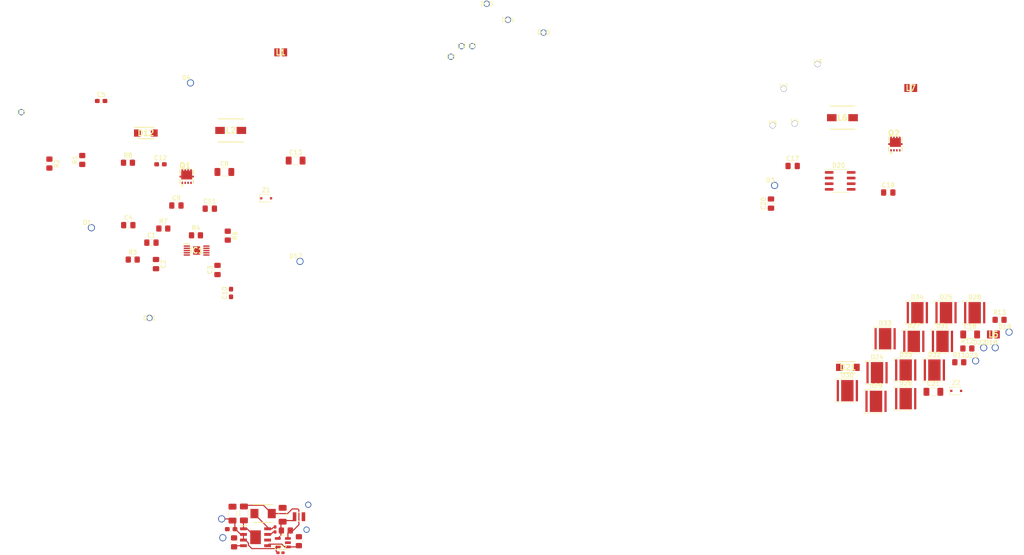
<source format=kicad_pcb>
(kicad_pcb (version 20211014) (generator pcbnew)
  (layers (0 "F.Cu" signal) (1 "In1.Cu" signal) (2 "In2.Cu" signal) (31 "B.Cu" signal) (34 "B.Paste" user) (35 "F.Paste" user) (36 "B.SilkS" user "B.Silkscreen") (37 "F.SilkS" user "F.Silkscreen") (38 "B.Mask" user) (39 "F.Mask" user) (44 "Edge.Cuts" user))
  (net 0 "")
  (net 1 "GND")
  (net 2 "Net-(C11-Pad1)")
  (net 3 "Net-(C4-Pad2)")
  (net 4 "Net-(C6-Pad1)")
  (net 5 "Net-(C10-Pad1)")
  (net 6 "Net-(C14-Pad1)")
  (net 7 "Net-(C15-Pad1)")
  (net 8 "Net-(C17-Pad1)")
  (net 9 "Net-(D7-Pad1)")
  (net 10 "Net-(C3-Pad2)")
  (net 11 "Net-(D12-Pad2)")
  (net 12 "Net-(D13-Pad1)")
  (net 13 "Net-(C1-Pad2)")
  (net 14 "Net-(C1-Pad1)")
  (net 15 "Net-(C16-Pad1)")
  (net 16 "Net-(C2-Pad1)")
  (net 17 "Net-(C10-Pad2)")
  (net 18 "Net-(Q1-Pad1)")
  (net 19 "Net-(Q1-Pad4)")
  (net 20 "Net-(C15-Pad2)")
  (net 21 "Net-(C9-Pad1)")
  (net 22 "Net-(C12-Pad1)")
  (net 23 "Net-(C13-Pad1)")
  (net 24 "Net-(C14-Pad2)")
  (net 25 "Net-(C18-Pad1)")
  (net 26 "Net-(C19-Pad1)")
  (net 27 "Net-(C21-Pad1)")
  (net 28 "Net-(D6-Pad1)")
  (net 29 "Net-(D10-Pad1)")
  (net 30 "Net-(D14-Pad1)")
  (net 31 "Net-(D17-Pad1)")
  (net 32 "Net-(D18-Pad1)")
  (net 33 "Net-(D20-Pad4)")
  (net 34 "Net-(D20-Pad5)")
  (net 35 "Net-(D20-Pad6)")
  (net 36 "Net-(D21-Pad2)")
  (net 37 "Net-(D22-Pad1)")
  (net 38 "Net-(D23-Pad1)")
  (net 39 "Net-(D24-Pad1)")
  (net 41 "Net-(D25-Pad1)")
  (net 43 "Net-(D26-Pad1)")
  (net 45 "Net-(D27-Pad1)")
  (net 47 "Net-(D28-Pad1)")
  (net 49 "Net-(D29-Pad1)")
  (net 51 "Net-(D30-Pad1)")
  (net 53 "Net-(D31-Pad1)")
  (net 55 "Net-(D32-Pad1)")
  (net 57 "Net-(D33-Pad1)")
  (net 59 "Net-(D34-Pad1)")
  (net 62 "Net-(IC1-Pad8)")
  (net 63 "Net-(IC2-Pad4)")
  (net 64 "Net-(IC2-Pad5)")
  (footprint "Flat_Wires_Pads:Wire_Hole_1mm" (layer "F.Cu") (at 69.6976 104.267)
    (fp_text reference "D11" (at 0 0 unlocked) (layer "F.SilkS"))
    (fp_text value "Wire_Pad_01")
    (pad "1" thru_hole circle (at 0 0) (size 1.4 1.4) (drill 1) (layers *.Cu *.Mask) (net 5 "Net-(C10-Pad1)"))
  )
  (footprint "libraries:SOP50P490X110-11N" (layer "F.Cu") (at 80.2894 89.1032)
    (fp_text reference "IC1" (at 0 0) (layer "F.SilkS") (effects (font (size 1.27 1.27) (thickness 0.254))))
    (fp_text value "TPS40211QDGQRQ1" hide)
    (pad "1" smd rect locked (at -2.2 -1 90) (size 0.3 1.4) (layers "F.Cu" "F.Paste" "F.Mask") (net 10 "Net-(C3-Pad2)"))
    (pad "2" smd rect locked (at -2.2 -0.5 90) (size 0.3 1.4) (layers "F.Cu" "F.Paste" "F.Mask") (net 3 "Net-(C4-Pad2)"))
    (pad "3" smd rect locked (at -2.2 0 90) (size 0.3 1.4) (layers "F.Cu" "F.Paste" "F.Mask") (net 31 "Net-(D17-Pad1)"))
    (pad "4" smd rect locked (at -2.2 0.5 90) (size 0.3 1.4) (layers "F.Cu" "F.Paste" "F.Mask") (net 13 "Net-(C1-Pad2)"))
    (pad "5" smd rect locked (at -2.2 1 90) (size 0.3 1.4) (layers "F.Cu" "F.Paste" "F.Mask") (net 14 "Net-(C1-Pad1)"))
    (pad "6" smd rect locked (at 2.2 1 90) (size 0.3 1.4) (layers "F.Cu" "F.Paste" "F.Mask") (net 17 "Net-(C10-Pad2)"))
    (pad "7" smd rect locked (at 2.2 0.5 90) (size 0.3 1.4) (layers "F.Cu" "F.Paste" "F.Mask") (net 2 "Net-(C11-Pad1)"))
    (pad "8" smd rect locked (at 2.2 0 90) (size 0.3 1.4) (layers "F.Cu" "F.Paste" "F.Mask") (net 62 "Net-(IC1-Pad8)"))
    (pad "9" smd rect locked (at 2.2 -0.5 90) (size 0.3 1.4) (layers "F.Cu" "F.Paste" "F.Mask") (net 21 "Net-(C9-Pad1)"))
    (pad "10" smd rect locked (at 2.2 -1 90) (size 0.3 1.4) (layers "F.Cu" "F.Paste" "F.Mask") (net 22 "Net-(C12-Pad1)"))
    (pad "11" smd rect locked (at 0 0) (size 1.57 1.88) (layers "F.Cu" "F.Paste" "F.Mask") (net 17 "Net-(C10-Pad2)"))
  )
  (footprint "Capacitor_SMD:C_0805_2012Metric_Pad1.18x1.45mm_HandSolder" (layer "F.Cu") (at 75.7428 78.9686)
    (fp_text reference "C9" (at 0 -1.68) (layer "F.SilkS"))
    (fp_text value "C")
    (pad "1" smd roundrect (at -1.0375 0) (size 1.175 1.45) (layers "F.Cu" "F.Paste" "F.Mask") (roundrect_rratio 0.212766) (net 21 "Net-(C9-Pad1)"))
    (pad "2" smd roundrect (at 1.0375 0) (size 1.175 1.45) (layers "F.Cu" "F.Paste" "F.Mask") (roundrect_rratio 0.212766) (net 17 "Net-(C10-Pad2)"))
  )
  (footprint "libraries:WireHole_1p2" (layer "F.Cu") (at 78.9178 51.3842)
    (fp_text reference "D4" (at -0.95298 -1.169382 unlocked) (layer "F.SilkS"))
    (fp_text value "WireHole_1p5")
    (pad "1" thru_hole circle (at 0 0) (size 1.6 1.6) (drill 1.2) (layers *.Cu *.Mask) (net 22 "Net-(C12-Pad1)"))
  )
  (footprint "libraries:INDC2016X80N" (layer "F.Cu") (at 240.9698 52.5272)
    (fp_text reference "L7" (at 0 0) (layer "F.SilkS") (effects (font (size 1.27 1.27) (thickness 0.254))))
    (fp_text value "TFM201610ALC-R47MTAA" hide)
    (pad "1" smd rect locked (at -0.85 0) (size 1.2 1.8) (layers "F.Cu" "F.Paste" "F.Mask") (net 27 "Net-(C21-Pad1)"))
    (pad "2" smd rect locked (at 0.85 0) (size 1.2 1.8) (layers "F.Cu" "F.Paste" "F.Mask") (net 38 "Net-(D23-Pad1)"))
  )
  (footprint "libraries:SOIC127P600X170-9N" (layer "F.Cu") (at 93.5482 153.6105)
    (fp_text reference "IC2" hide)
    (fp_text value "LM5164QDDATQ1" hide)
    (pad "1" smd rect locked (at -2.712 -1.905 90) (size 0.65 1.525) (layers "F.Cu" "F.Paste" "F.Mask") (net 20 "Net-(C15-Pad2)"))
    (pad "2" smd rect locked (at -2.712 -0.635 90) (size 0.65 1.525) (layers "F.Cu" "F.Paste" "F.Mask") (net 4 "Net-(C6-Pad1)"))
    (pad "3" smd rect locked (at -2.712 0.635 90) (size 0.65 1.525) (layers "F.Cu" "F.Paste" "F.Mask") (net 4 "Net-(C6-Pad1)"))
    (pad "4" smd rect locked (at -2.712 1.905 90) (size 0.65 1.525) (layers "F.Cu" "F.Paste" "F.Mask") (net 63 "Net-(IC2-Pad4)"))
    (pad "5" smd rect locked (at 2.712 1.905 90) (size 0.65 1.525) (layers "F.Cu" "F.Paste" "F.Mask") (net 64 "Net-(IC2-Pad5)"))
    (pad "6" smd rect locked (at 2.712 0.635 90) (size 0.65 1.525) (layers "F.Cu" "F.Paste" "F.Mask"))
    (pad "7" smd rect locked (at 2.712 -0.635 90) (size 0.65 1.525) (layers "F.Cu" "F.Paste" "F.Mask") (net 24 "Net-(C14-Pad2)"))
    (pad "8" smd rect locked (at 2.712 -1.905 90) (size 0.65 1.525) (layers "F.Cu" "F.Paste" "F.Mask") (net 6 "Net-(C14-Pad1)"))
    (pad "9" smd rect locked (at 0 0) (size 2.4 3.1) (layers "F.Cu" "F.Paste" "F.Mask") (net 20 "Net-(C15-Pad2)"))
  )
  (footprint "Diode_SMD:D_SOD-323F" (layer "F.Cu") (at 95.9358 77.343)
    (fp_text reference "Z1" (at 0 -1.85) (layer "F.SilkS"))
    (fp_text value "BZT52-C5V1J")
    (pad "1" smd rect (at -1.1 0) (size 0.5 0.5) (layers "F.Cu" "F.Paste" "F.Mask") (net 23 "Net-(C13-Pad1)"))
    (pad "2" smd rect (at 1.1 0) (size 0.5 0.5) (layers "F.Cu" "F.Paste" "F.Mask") (net 2 "Net-(C11-Pad1)"))
  )
  (footprint "Flat_Wires_Pads:Wire_Hole_1mm" (layer "F.Cu") (at 150.3426 37.1856)
    (fp_text reference "D14" (at 0 0 unlocked) (layer "F.SilkS"))
    (fp_text value "Wire_Pad_01")
    (pad "1" thru_hole circle (at 0 0) (size 1.4 1.4) (drill 1) (layers *.Cu *.Mask) (net 30 "Net-(D14-Pad1)"))
  )
  (footprint "LED_SMD:LED_Cree-XHP50_6V" (layer "F.Cu") (at 242.4586 103.087)
    (fp_text reference "D34" (at 0 -3.5) (layer "F.SilkS"))
    (fp_text value "LED_Cree_XHP50_6V")
    (pad "1" smd rect (at -2.14 0) (size 0.5 4.78) (layers "F.Cu" "F.Mask") (net 59 "Net-(D34-Pad1)"))
    (pad "2" smd rect (at 2.14 0) (size 0.5 4.78) (layers "F.Cu" "F.Mask") (net 57 "Net-(D33-Pad1)"))
    (pad "3" smd rect (at 0 0) (size 2.78 4.78) (layers "F.Cu" "F.Mask"))
  )
  (footprint "Capacitor_SMD:C_0805_2012Metric_Pad1.18x1.45mm_HandSolder" (layer "F.Cu") (at 70.1255 87.3252)
    (fp_text reference "C1" (at 0 -1.68) (layer "F.SilkS"))
    (fp_text value "C")
    (pad "1" smd roundrect (at -1.0375 0) (size 1.175 1.45) (layers "F.Cu" "F.Paste" "F.Mask") (roundrect_rratio 0.212766) (net 14 "Net-(C1-Pad1)"))
    (pad "2" smd roundrect (at 1.0375 0) (size 1.175 1.45) (layers "F.Cu" "F.Paste" "F.Mask") (roundrect_rratio 0.212766) (net 13 "Net-(C1-Pad2)"))
  )
  (footprint "Capacitor_SMD:C_0805_2012Metric_Pad1.18x1.45mm_HandSolder" (layer "F.Cu") (at 84.9884 93.4759 90)
    (fp_text reference "C3" (at 0 -1.68 90) (layer "F.SilkS"))
    (fp_text value "C")
    (pad "1" smd roundrect (at -1.0375 0 90) (size 1.175 1.45) (layers "F.Cu" "F.Paste" "F.Mask") (roundrect_rratio 0.212766) (net 17 "Net-(C10-Pad2)"))
    (pad "2" smd roundrect (at 1.0375 0 90) (size 1.175 1.45) (layers "F.Cu" "F.Paste" "F.Mask") (roundrect_rratio 0.212766) (net 10 "Net-(C3-Pad2)"))
  )
  (footprint "Capacitor_SMD:C_0402_1005Metric_Pad0.74x0.62mm_HandSolder" (layer "F.Cu") (at 99.1616 157.099)
    (fp_text reference "C22" (at 0 -1.16) (layer "F.SilkS"))
    (fp_text value "C" hide)
    (pad "1" smd roundrect (at -0.5675 0) (size 0.735 0.62) (layers "F.Cu" "F.Paste" "F.Mask") (net 4 "Net-(C6-Pad1)"))
    (pad "2" smd roundrect (at 0.5675 0) (size 0.735 0.62) (layers "F.Cu" "F.Paste" "F.Mask") (net 20 "Net-(C15-Pad2)"))
  )
  (footprint "libraries:WireHole_1p2" (layer "F.Cu") (at 86.1822 153.7208)
    (fp_text reference "D2" hide)
    (fp_text value "WireHole_1p5" hide)
    (pad "1" thru_hole circle (at 0 0) (size 1.6 1.6) (drill 1.2) (layers *.Cu *.Mask) (net 20 "Net-(C15-Pad2)"))
  )
  (footprint "Resistor_SMD:R_0805_2012Metric_Pad1.20x1.40mm_HandSolder" (layer "F.Cu") (at 65.913 91.1352)
    (fp_text reference "R3" (at 0 -1.65) (layer "F.SilkS"))
    (fp_text value "R")
    (pad "1" smd roundrect (at -1 0) (size 1.2 1.4) (layers "F.Cu" "F.Paste" "F.Mask") (roundrect_rratio 0.208333) (net 14 "Net-(C1-Pad1)"))
    (pad "2" smd roundrect (at 1 0) (size 1.2 1.4) (layers "F.Cu" "F.Paste" "F.Mask") (roundrect_rratio 0.208333) (net 16 "Net-(C2-Pad1)"))
  )
  (footprint "Flat_Wires_Pads:Wire_Hole_1mm" (layer "F.Cu") (at 105.41 146.304)
    (fp_text reference "D13" hide)
    (fp_text value "Wire_Pad_01" hide)
    (pad "1" thru_hole circle (at 0 0) (size 1.4 1.4) (drill 1) (layers *.Cu *.Mask) (net 12 "Net-(D13-Pad1)"))
  )
  (footprint "XDS_Semi:TX6211" (layer "F.Cu") (at 224.725 69.946)
    (fp_text reference "D20" (at 0.0254 0 unlocked) (layer "F.SilkS"))
    (fp_text value "TX6211")
    (pad "1" smd roundrect (at -2.1052 1.5748) (size 1.95 0.6) (layers "F.Cu" "F.Paste" "F.Mask") (net 1 "GND"))
    (pad "2" smd roundrect (at -2.1052 2.8448) (size 1.95 0.6) (layers "F.Cu" "F.Paste" "F.Mask") (net 25 "Net-(C18-Pad1)"))
    (pad "3" smd roundrect (at -2.1052 4.1148) (size 1.95 0.6) (layers "F.Cu" "F.Paste" "F.Mask") (net 8 "Net-(C17-Pad1)"))
    (pad "4" smd roundrect (at -2.1052 5.3848) (size 1.95 0.6) (layers "F.Cu" "F.Paste" "F.Mask") (net 33 "Net-(D20-Pad4)"))
    (pad "5" smd roundrect (at 2.8448 5.3848) (size 1.95 0.6) (layers "F.Cu" "F.Paste" "F.Mask") (net 34 "Net-(D20-Pad5)"))
    (pad "6" smd roundrect (at 2.8448 4.1148) (size 1.95 0.6) (layers "F.Cu" "F.Paste" "F.Mask") (net 35 "Net-(D20-Pad6)"))
    (pad "7" smd roundrect (at 2.8448 2.8448) (size 1.95 0.6) (layers "F.Cu" "F.Paste" "F.Mask") (net 26 "Net-(C19-Pad1)"))
    (pad "8" smd roundrect (at 2.8448 1.5748) (size 1.95 0.6) (layers "F.Cu" "F.Paste" "F.Mask") (net 25 "Net-(C18-Pad1)"))
  )
  (footprint "Resistor_SMD:R_0805_2012Metric_Pad1.20x1.40mm_HandSolder" (layer "F.Cu") (at 103.3018 154.4988 -90)
    (fp_text reference "R10" hide)
    (fp_text value "R" hide)
    (pad "1" smd roundrect (at -1 0 270) (size 1.2 1.4) (layers "F.Cu" "F.Paste" "F.Mask") (roundrect_rratio 0.208333) (net 20 "Net-(C15-Pad2)"))
    (pad "2" smd roundrect (at 1 0 270) (size 1.2 1.4) (layers "F.Cu" "F.Paste" "F.Mask") (roundrect_rratio 0.208333) (net 64 "Net-(IC2-Pad5)"))
  )
  (footprint "libraries:INDPM5752X300N" (layer "F.Cu") (at 225.6028 59.2074)
    (fp_text reference "L6" (at 0 0) (layer "F.SilkS") (effects (font (size 1.27 1.27) (thickness 0.254))))
    (fp_text value "TFM201610ALC-R47MTAA" hide)
    (pad "1" smd rect locked (at -2.4 0 90) (size 1.6 2.15) (layers "F.Cu" "F.Paste" "F.Mask") (net 25 "Net-(C18-Pad1)"))
    (pad "2" smd rect locked (at 2.4 0 90) (size 1.6 2.15) (layers "F.Cu" "F.Paste" "F.Mask") (net 36 "Net-(D21-Pad2)"))
  )
  (footprint "libraries:INDPM5752X300N" (layer "F.Cu") (at 87.9602 62.0776)
    (fp_text reference "L2" (at 0 0) (layer "F.SilkS") (effects (font (size 1.27 1.27) (thickness 0.254))))
    (fp_text value "SRP7050AA-220M" hide)
    (pad "1" smd rect locked (at -2.4 0 90) (size 1.6 2.15) (layers "F.Cu" "F.Paste" "F.Mask") (net 22 "Net-(C12-Pad1)"))
    (pad "2" smd rect locked (at 2.4 0 90) (size 1.6 2.15) (layers "F.Cu" "F.Paste" "F.Mask") (net 11 "Net-(D12-Pad2)"))
  )
  (footprint "Capacitor_SMD:C_1206_3216Metric_Pad1.33x1.80mm_HandSolder" (layer "F.Cu") (at 246.0686 120.887)
    (fp_text reference "C21" (at 0 -1.85) (layer "F.SilkS"))
    (fp_text value "C")
    (pad "1" smd roundrect (at -1.5625 0) (size 1.325 1.8) (layers "F.Cu" "F.Paste" "F.Mask") (roundrect_rratio 0.188679) (net 27 "Net-(C21-Pad1)"))
    (pad "2" smd roundrect (at 1.5625 0) (size 1.325 1.8) (layers "F.Cu" "F.Paste" "F.Mask") (roundrect_rratio 0.188679) (net 1 "GND"))
  )
  (footprint "libraries:SODFL4626X120N" (layer "F.Cu") (at 226.8236 115.387)
    (fp_text reference "D21" (at 0 0) (layer "F.SilkS") (effects (font (size 1.27 1.27) (thickness 0.254))))
    (fp_text value "SS36" hide)
    (pad "1" smd rect locked (at -1.9 0) (size 1.53 1.63) (layers "F.Cu" "F.Paste" "F.Mask") (net 27 "Net-(C21-Pad1)"))
    (pad "2" smd rect locked (at 1.9 0) (size 1.53 1.63) (layers "F.Cu" "F.Paste" "F.Mask") (net 36 "Net-(D21-Pad2)"))
  )
  (footprint "Capacitor_SMD:C_1206_3216Metric_Pad1.33x1.80mm_HandSolder" (layer "F.Cu") (at 88.3666 148.2975 90)
    (fp_text reference "C7" hide)
    (fp_text value "C" hide)
    (pad "1" smd roundrect (at -1.5625 0 90) (size 1.325 1.8) (layers "F.Cu" "F.Paste" "F.Mask") (roundrect_rratio 0.188679) (net 4 "Net-(C6-Pad1)"))
    (pad "2" smd roundrect (at 1.5625 0 90) (size 1.325 1.8) (layers "F.Cu" "F.Paste" "F.Mask") (roundrect_rratio 0.188679) (net 20 "Net-(C15-Pad2)"))
  )
  (footprint "Resistor_SMD:R_0805_2012Metric_Pad1.20x1.40mm_HandSolder" (layer "F.Cu") (at 54.5592 68.723 90)
    (fp_text reference "R1" (at 0 -1.65 90) (layer "F.SilkS"))
    (fp_text value "R")
    (pad "1" smd roundrect (at -1 0 90) (size 1.2 1.4) (layers "F.Cu" "F.Paste" "F.Mask") (roundrect_rratio 0.208333) (net 17 "Net-(C10-Pad2)"))
    (pad "2" smd roundrect (at 1 0 90) (size 1.2 1.4) (layers "F.Cu" "F.Paste" "F.Mask") (roundrect_rratio 0.208333) (net 28 "Net-(D6-Pad1)"))
  )
  (footprint "libraries:SODFL4626X120N" (layer "F.Cu") (at 68.8644 62.6618)
    (fp_text reference "D12" (at 0 0) (layer "F.SilkS") (effects (font (size 1.27 1.27) (thickness 0.254))))
    (fp_text value "SS36" hide)
    (pad "1" smd rect locked (at -1.9 0) (size 1.53 1.63) (layers "F.Cu" "F.Paste" "F.Mask") (net 23 "Net-(C13-Pad1)"))
    (pad "2" smd rect locked (at 1.9 0) (size 1.53 1.63) (layers "F.Cu" "F.Paste" "F.Mask") (net 11 "Net-(D12-Pad2)"))
  )
  (footprint "Capacitor_SMD:C_0805_2012Metric_Pad1.18x1.45mm_HandSolder" (layer "F.Cu") (at 235.9152 76.0476)
    (fp_text reference "C19" (at 0 -1.68) (layer "F.SilkS"))
    (fp_text value "C")
    (pad "1" smd roundrect (at -1.0375 0) (size 1.175 1.45) (layers "F.Cu" "F.Paste" "F.Mask") (roundrect_rratio 0.212766) (net 26 "Net-(C19-Pad1)"))
    (pad "2" smd roundrect (at 1.0375 0) (size 1.175 1.45) (layers "F.Cu" "F.Paste" "F.Mask") (roundrect_rratio 0.212766) (net 1 "GND"))
  )
  (footprint "libraries:WireHole_1p2" (layer "F.Cu") (at 85.9282 149.479)
    (fp_text reference "D5" hide)
    (fp_text value "WireHole_1p5" hide)
    (pad "1" thru_hole circle (at 0 0) (size 1.6 1.6) (drill 1.2) (layers *.Cu *.Mask) (net 4 "Net-(C6-Pad1)"))
  )
  (footprint "LED_SMD:LED_Cree-XHP50_6V" (layer "F.Cu") (at 239.8386 115.987)
    (fp_text reference "D35" (at 0 -3.5) (layer "F.SilkS"))
    (fp_text value "LED_Cree_XHP50_6V")
    (pad "1" smd rect (at -2.14 0) (size 0.5 4.78) (layers "F.Cu" "F.Mask") (net 37 "Net-(D22-Pad1)"))
    (pad "2" smd rect (at 2.14 0) (size 0.5 4.78) (layers "F.Cu" "F.Mask") (net 59 "Net-(D34-Pad1)"))
    (pad "3" smd rect (at 0 0) (size 2.78 4.78) (layers "F.Cu" "F.Mask"))
  )
  (footprint "Capacitor_SMD:C_1206_3216Metric_Pad1.33x1.80mm_HandSolder" (layer "F.Cu") (at 254.3386 107.987)
    (fp_text reference "C18" (at 0 -1.85) (layer "F.SilkS"))
    (fp_text value "C")
    (pad "1" smd roundrect (at -1.5625 0) (size 1.325 1.8) (layers "F.Cu" "F.Paste" "F.Mask") (roundrect_rratio 0.188679) (net 25 "Net-(C18-Pad1)"))
    (pad "2" smd roundrect (at 1.5625 0) (size 1.325 1.8) (layers "F.Cu" "F.Paste" "F.Mask") (roundrect_rratio 0.188679) (net 1 "GND"))
  )
  (footprint "libraries:WireHole_1p2" (layer "F.Cu") (at 255.5636 113.912)
    (fp_text reference "D23" (at -0.95298 -1.169382 unlocked) (layer "F.SilkS"))
    (fp_text value "WireHole_1p5")
    (pad "1" thru_hole circle (at 0 0) (size 1.6 1.6) (drill 1.2) (layers *.Cu *.Mask) (net 38 "Net-(D23-Pad1)"))
  )
  (footprint "Capacitor_SMD:C_1206_3216Metric_Pad1.33x1.80mm_HandSolder" (layer "F.Cu") (at 102.5652 68.8594)
    (fp_text reference "C13" (at 0 -1.85) (layer "F.SilkS"))
    (fp_text value "C")
    (pad "1" smd roundrect (at -1.5625 0) (size 1.325 1.8) (layers "F.Cu" "F.Paste" "F.Mask") (roundrect_rratio 0.188679) (net 23 "Net-(C13-Pad1)"))
    (pad "2" smd roundrect (at 1.5625 0) (size 1.325 1.8) (layers "F.Cu" "F.Paste" "F.Mask") (roundrect_rratio 0.188679) (net 17 "Net-(C10-Pad2)"))
  )
  (footprint "libraries:INDPM4441X200N" (layer "F.Cu") (at 95.25 148.2852)
    (fp_text reference "L3" hide)
    (fp_text value "SRP4020TA-100M" hide)
    (pad "1" smd rect locked (at -1.95 0) (size 1.8 2.1) (layers "F.Cu" "F.Paste" "F.Mask") (net 6 "Net-(C14-Pad1)"))
    (pad "2" smd rect locked (at 1.95 0) (size 1.8 2.1) (layers "F.Cu" "F.Paste" "F.Mask") (net 7 "Net-(C15-Pad1)"))
  )
  (footprint "libraries:WireHole_1p2" (layer "F.Cu") (at 103.5558 91.5416)
    (fp_text reference "D17" (at -0.95298 -1.169382 unlocked) (layer "F.SilkS"))
    (fp_text value "WireHole_1p5")
    (pad "1" thru_hole circle (at 0 0) (size 1.6 1.6) (drill 1.2) (layers *.Cu *.Mask) (net 31 "Net-(D17-Pad1)"))
  )
  (footprint "LED_SMD:LED_Cree-XHP50_6V" (layer "F.Cu") (at 235.2086 108.947)
    (fp_text reference "D33" (at 0 -3.5) (layer "F.SilkS"))
    (fp_text value "LED_Cree_XHP50_6V")
    (pad "1" smd rect (at -2.14 0) (size 0.5 4.78) (layers "F.Cu" "F.Mask") (net 57 "Net-(D33-Pad1)"))
    (pad "2" smd rect (at 2.14 0) (size 0.5 4.78) (layers "F.Cu" "F.Mask") (net 55 "Net-(D32-Pad1)"))
    (pad "3" smd rect (at 0 0) (size 2.78 4.78) (layers "F.Cu" "F.Mask"))
  )
  (footprint "libraries:DFN_3X3_EP" (layer "F.Cu") (at 237.5154 65.151)
    (fp_text reference "Q2" (at -0.366 -2.426) (layer "F.SilkS") (effects (font (size 1.27 1.27) (thickness 0.254))))
    (fp_text value "AON7407" hide)
    (pad "1" smd rect locked (at -0.975 1.4) (size 0.35 0.5) (layers "F.Cu" "F.Paste" "F.Mask") (net 35 "Net-(D20-Pad6)"))
    (pad "2" smd rect locked (at -0.325 1.4) (size 0.35 0.5) (layers "F.Cu" "F.Paste" "F.Mask") (net 35 "Net-(D20-Pad6)"))
    (pad "3" smd rect locked (at 0.325 1.4) (size 0.35 0.5) (layers "F.Cu" "F.Paste" "F.Mask") (net 35 "Net-(D20-Pad6)"))
    (pad "4" smd rect locked (at 0.975 1.4) (size 0.35 0.5) (layers "F.Cu" "F.Paste" "F.Mask") (net 34 "Net-(D20-Pad5)"))
    (pad "5" smd rect locked (at 0.975 -1.5 90) (size 0.3 0.4) (layers "F.Cu" "F.Paste" "F.Mask") (net 36 "Net-(D21-Pad2)"))
    (pad "6" smd rect locked (at 0.325 -1.5 90) (size 0.3 0.4) (layers "F.Cu" "F.Paste" "F.Mask") (net 36 "Net-(D21-Pad2)"))
    (pad "7" smd rect locked (at -0.325 -1.5 90) (size 0.3 0.4) (layers "F.Cu" "F.Paste" "F.Mask") (net 36 "Net-(D21-Pad2)"))
    (pad "8" smd rect locked (at -0.975 -1.5 90) (size 0.3 0.4) (layers "F.Cu" "F.Paste" "F.Mask") (net 36 "Net-(D21-Pad2)"))
    (pad "9" smd rect locked (at -1.415 0) (size 0.38 0.43) (layers "F.Cu" "F.Paste" "F.Mask"))
    (pad "10" smd rect locked (at 0 -0.36 90) (size 1.98 2.45) (layers "F.Cu" "F.Paste" "F.Mask"))
    (pad "11" smd rect locked (at 1.415 0) (size 0.38 0.43) (layers "F.Cu" "F.Paste" "F.Mask"))
  )
  (footprint "mount_holes:Hole_screw_M1p2" (layer "F.Cu") (at 220.0148 47.1678)
    (fp_text reference "U3" (at 0 -0.5 unlocked) (layer "F.SilkS"))
    (fp_text value "Mounting_Hole_M2")
    (pad "1" thru_hole circle (at 0 0) (size 1.35 1.35) (drill 1.25) (layers *.Cu *.Mask) (net 1 "GND"))
  )
  (footprint "Resistor_SMD:R_0805_2012Metric_Pad1.20x1.40mm_HandSolder" (layer "F.Cu") (at 80.1464 85.6742)
    (fp_text reference "R4" (at 0 -1.65) (layer "F.SilkS"))
    (fp_text value "R")
    (pad "1" smd roundrect (at -1 0) (size 1.2 1.4) (layers "F.Cu" "F.Paste" "F.Mask") (roundrect_rratio 0.208333) (net 10 "Net-(C3-Pad2)"))
    (pad "2" smd roundrect (at 1 0) (size 1.2 1.4) (layers "F.Cu" "F.Paste" "F.Mask") (roundrect_rratio 0.208333) (net 22 "Net-(C12-Pad1)"))
  )
  (footprint "libraries:DFN_3X3_EP" (layer "F.Cu") (at 78.0542 72.4706)
    (fp_text reference "Q1" (at -0.366 -2.426) (layer "F.SilkS") (effects (font (size 1.27 1.27) (thickness 0.254))))
    (fp_text value "AON7407" hide)
    (pad "1" smd rect locked (at -0.975 1.4) (size 0.35 0.5) (layers "F.Cu" "F.Paste" "F.Mask") (net 18 "Net-(Q1-Pad1)"))
    (pad "2" smd rect locked (at -0.325 1.4) (size 0.35 0.5) (layers "F.Cu" "F.Paste" "F.Mask") (net 18 "Net-(Q1-Pad1)"))
    (pad "3" smd rect locked (at 0.325 1.4) (size 0.35 0.5) (layers "F.Cu" "F.Paste" "F.Mask") (net 18 "Net-(Q1-Pad1)"))
    (pad "4" smd rect locked (at 0.975 1.4) (size 0.35 0.5) (layers "F.Cu" "F.Paste" "F.Mask") (net 19 "Net-(Q1-Pad4)"))
    (pad "5" smd rect locked (at 0.975 -1.5 90) (size 0.3 0.4) (layers "F.Cu" "F.Paste" "F.Mask") (net 11 "Net-(D12-Pad2)"))
    (pad "6" smd rect locked (at 0.325 -1.5 90) (size 0.3 0.4) (layers "F.Cu" "F.Paste" "F.Mask") (net 11 "Net-(D12-Pad2)"))
    (pad "7" smd rect locked (at -0.325 -1.5 90) (size 0.3 0.4) (layers "F.Cu" "F.Paste" "F.Mask") (net 11 "Net-(D12-Pad2)"))
    (pad "8" smd rect locked (at -0.975 -1.5 90) (size 0.3 0.4) (layers "F.Cu" "F.Paste" "F.Mask") (net 11 "Net-(D12-Pad2)"))
    (pad "9" smd rect locked (at -1.415 0) (size 0.38 0.43) (layers "F.Cu" "F.Paste" "F.Mask"))
    (pad "10" smd rect locked (at 0 -0.36 90) (size 1.98 2.45) (layers "F.Cu" "F.Paste" "F.Mask"))
    (pad "11" smd rect locked (at 1.415 0) (size 0.38 0.43) (layers "F.Cu" "F.Paste" "F.Mask"))
  )
  (footprint "Resistor_SMD:R_0805_2012Metric_Pad1.20x1.40mm_HandSolder" (layer "F.Cu") (at 260.9586 104.687)
    (fp_text reference "R13" (at 0 -1.65) (layer "F.SilkS"))
    (fp_text value "R")
    (pad "1" smd roundrect (at -1 0) (size 1.2 1.4) (layers "F.Cu" "F.Paste" "F.Mask") (roundrect_rratio 0.208333) (net 37 "Net-(D22-Pad1)"))
    (pad "2" smd roundrect (at 1 0) (size 1.2 1.4) (layers "F.Cu" "F.Paste" "F.Mask") (roundrect_rratio 0.208333) (net 1 "GND"))
  )
  (footprint "Flat_Wires_Pads:Wire_Hole_1mm" (layer "F.Cu") (at 137.5162 45.5038)
    (fp_text reference "D8" (at 0 0 unlocked) (layer "F.SilkS"))
    (fp_text value "Wire_Pad_01")
    (pad "1" thru_hole circle (at 0 0) (size 1.4 1.4) (drill 1) (layers *.Cu *.Mask) (net 9 "Net-(D7-Pad1)"))
  )
  (footprint "Resistor_SMD:R_0805_2012Metric_Pad1.20x1.40mm_HandSolder" (layer "F.Cu") (at 251.8886 114.237)
    (fp_text reference "R11" (at 0 -1.65) (layer "F.SilkS"))
    (fp_text value "R")
    (pad "1" smd roundrect (at -1 0) (size 1.2 1.4) (layers "F.Cu" "F.Paste" "F.Mask") (roundrect_rratio 0.208333) (net 35 "Net-(D20-Pad6)"))
    (pad "2" smd roundrect (at 1 0) (size 1.2 1.4) (layers "F.Cu" "F.Paste" "F.Mask") (roundrect_rratio 0.208333) (net 1 "GND"))
  )
  (footprint "libraries:INDC2016X80N" (layer "F.Cu") (at 259.5686 107.987)
    (fp_text reference "L5" (at 0 0) (layer "F.SilkS") (effects (font (size 1.27 1.27) (thickness 0.254))))
    (fp_text value "TFM201610ALC-R47MTAA" hide)
    (pad "1" smd rect locked (at -0.85 0) (size 1.2 1.8) (layers "F.Cu" "F.Paste" "F.Mask") (net 32 "Net-(D18-Pad1)"))
    (pad "2" smd rect locked (at 0.85 0) (size 1.2 1.8) (layers "F.Cu" "F.Paste" "F.Mask") (net 25 "Net-(C18-Pad1)"))
  )
  (footprint "Resistor_SMD:R_0805_2012Metric_Pad1.20x1.40mm_HandSolder" (layer "F.Cu") (at 88.7222 154.7622 90)
    (fp_text reference "R5" hide)
    (fp_text value "R" hide)
    (pad "1" smd roundrect (at -1 0 90) (size 1.2 1.4) (layers "F.Cu" "F.Paste" "F.Mask") (roundrect_rratio 0.208333) (net 63 "Net-(IC2-Pad4)"))
    (pad "2" smd roundrect (at 1 0 90) (size 1.2 1.4) (layers "F.Cu" "F.Paste" "F.Mask") (roundrect_rratio 0.208333) (net 20 "Net-(C15-Pad2)"))
  )
  (footprint "Capacitor_SMD:C_1206_3216Metric_Pad1.33x1.80mm_HandSolder" (layer "F.Cu") (at 86.5378 71.4248)
    (fp_text reference "C8" (at 0 -1.85) (layer "F.SilkS"))
    (fp_text value "C")
    (pad "1" smd roundrect (at -1.5625 0) (size 1.325 1.8) (layers "F.Cu" "F.Paste" "F.Mask") (roundrect_rratio 0.188679) (net 22 "Net-(C12-Pad1)"))
    (pad "2" smd roundrect (at 1.5625 0) (size 1.325 1.8) (layers "F.Cu" "F.Paste" "F.Mask") (roundrect_rratio 0.188679) (net 17 "Net-(C10-Pad2)"))
  )
  (footprint "Resistor_SMD:R_0805_2012Metric_Pad1.20x1.40mm_HandSolder" (layer "F.Cu") (at 253.7086 111.137)
    (fp_text reference "R12" (at 0 -1.65) (layer "F.SilkS"))
    (fp_text value "R")
    (pad "1" smd roundrect (at -1 0) (size 1.2 1.4) (layers "F.Cu" "F.Paste" "F.Mask") (roundrect_rratio 0.208333) (net 33 "Net-(D20-Pad4)"))
    (pad "2" smd roundrect (at 1 0) (size 1.2 1.4) (layers "F.Cu" "F.Paste" "F.Mask") (roundrect_rratio 0.208333) (net 37 "Net-(D22-Pad1)"))
  )
  (footprint "Capacitor_SMD:C_0805_2012Metric_Pad1.18x1.45mm_HandSolder" (layer "F.Cu") (at 64.9185 83.3882)
    (fp_text reference "C4" (at 0 -1.68) (layer "F.SilkS"))
    (fp_text value "C")
    (pad "1" smd roundrect (at -1.0375 0) (size 1.175 1.45) (layers "F.Cu" "F.Paste" "F.Mask") (roundrect_rratio 0.212766) (net 17 "Net-(C10-Pad2)"))
    (pad "2" smd roundrect (at 1.0375 0) (size 1.175 1.45) (layers "F.Cu" "F.Paste" "F.Mask") (roundrect_rratio 0.212766) (net 3 "Net-(C4-Pad2)"))
  )
  (footprint "Package_TO_SOT_SMD:SOT-23-5" (layer "F.Cu") (at 99.695 154.8384 180)
    (fp_text reference "U1" hide)
    (fp_text value "INA138" hide)
    (pad "1" smd roundrect (at -1.1375 -0.95 180) (size 1.325 0.6) (layers "F.Cu" "F.Paste" "F.Mask") (net 64 "Net-(IC2-Pad5)"))
    (pad "2" smd roundrect (at -1.1375 0 180) (size 1.325 0.6) (layers "F.Cu" "F.Paste" "F.Mask") (net 20 "Net-(C15-Pad2)"))
    (pad "3" smd roundrect (at -1.1375 0.95 180) (size 1.325 0.6) (layers "F.Cu" "F.Paste" "F.Mask") (net 7 "Net-(C15-Pad1)"))
    (pad "4" smd roundrect (at 1.1375 0.95 180) (size 1.325 0.6) (layers "F.Cu" "F.Paste" "F.Mask") (net 15 "Net-(C16-Pad1)"))
    (pad "5" smd roundrect (at 1.1375 -0.95 180) (size 1.325 0.6) (layers "F.Cu" "F.Paste" "F.Mask") (net 4 "Net-(C6-Pad1)"))
  )
  (footprint "LED_SMD:LED_Cree-XHP50_6V" (layer "F.Cu") (at 239.8386 122.437)
    (fp_text reference "D26" (at 0 -3.5) (layer "F.SilkS"))
    (fp_text value "LED_Cree_XHP50_6V")
    (pad "1" smd rect (at -2.14 0) (size 0.5 4.78) (layers "F.Cu" "F.Mask") (net 43 "Net-(D26-Pad1)"))
    (pad "2" smd rect (at 2.14 0) (size 0.5 4.78) (layers "F.Cu" "F.Mask") (net 41 "Net-(D25-Pad1)"))
    (pad "3" smd rect (at 0 0) (size 2.78 4.78) (layers "F.Cu" "F.Mask"))
  )
  (footprint "LED_SMD:LED_Cree-XHP50_6V" (layer "F.Cu") (at 233.3886 116.587)
    (fp_text reference "D24" (at 0 -3.5) (layer "F.SilkS"))
    (fp_text value "LED_Cree_XHP50_6V")
    (pad "1" smd rect (at -2.14 0) (size 0.5 4.78) (layers "F.Cu" "F.Mask") (net 39 "Net-(D24-Pad1)"))
    (pad "2" smd rect (at 2.14 0) (size 0.5 4.78) (layers "F.Cu" "F.Mask") (net 38 "Net-(D23-Pad1)"))
    (pad "3" smd rect (at 0 0) (size 2.78 4.78) (layers "F.Cu" "F.Mask"))
  )
  (footprint "Resistor_SMD:R_0805_2012Metric_Pad1.20x1.40mm_HandSolder" (layer "F.Cu") (at 47.1678 69.5358 -90)
    (fp_text reference "R2" (at 0 -1.65 -90) (layer "F.SilkS"))
    (fp_text value "R")
    (pad "1" smd roundrect (at -1 0 270) (size 1.2 1.4) (layers "F.Cu" "F.Paste" "F.Mask") (roundrect_rratio 0.208333) (net 28 "Net-(D6-Pad1)"))
    (pad "2" smd roundrect (at 1 0 270) (size 1.2 1.4) (layers "F.Cu" "F.Paste" "F.Mask") (roundrect_rratio 0.208333) (net 14 "Net-(C1-Pad1)"))
  )
  (footprint "Capacitor_SMD:C_0805_2012Metric_Pad1.18x1.45mm_HandSolder" (layer "F.Cu") (at 209.5246 78.5368 90)
    (fp_text reference "C20" (at 0 -1.68 90) (layer "F.SilkS"))
    (fp_text value "C")
    (pad "1" smd roundrect (at -1.0375 0 90) (size 1.175 1.45) (layers "F.Cu" "F.Paste" "F.Mask") (roundrect_rratio 0.212766) (net 25 "Net-(C18-Pad1)"))
    (pad "2" smd roundrect (at 1.0375 0 90) (size 1.175 1.45) (layers "F.Cu" "F.Paste" "F.Mask") (roundrect_rratio 0.212766) (net 1 "GND"))
  )
  (footprint "Capacitor_SMD:C_0603_1608Metric_Pad1.08x0.95mm_HandSolder" (layer "F.Cu") (at 88.0618 151.7904 180)
    (fp_text reference "C6" hide)
    (fp_text value "C")
    (pad "1" smd roundrect (at -0.8625 0 180) (size 1.075 0.95) (layers "F.Cu" "F.Paste" "F.Mask") (net 4 "Net-(C6-Pad1)"))
    (pad "2" smd roundrect (at 0.8625 0 180) (size 1.075 0.95) (layers "F.Cu" "F.Paste" "F.Mask") (net 20 "Net-(C15-Pad2)"))
  )
  (footprint "LED_SMD:LED_Cree-XHP50_6V" (layer "F.Cu") (at 248.1086 109.537)
    (fp_text reference "D31" (at 0 -3.5) (layer "F.SilkS"))
    (fp_text value "LED_Cree_XHP50_6V")
    (pad "1" smd rect (at -2.14 0) (size 0.5 4.78) (layers "F.Cu" "F.Mask") (net 53 "Net-(D31-Pad1)"))
    (pad "2" smd rect (at 2.14 0) (size 0.5 4.78) (layers "F.Cu" "F.Mask") (net 51 "Net-(D30-Pad1)"))
    (pad "3" smd rect (at 0 0) (size 2.78 4.78) (layers "F.Cu" "F.Mask"))
  )
  (footprint "Resistor_SMD:R_0805_2012Metric_Pad1.20x1.40mm_HandSolder" (layer "F.Cu") (at 72.7964 84.1502)
    (fp_text reference "R7" (at 0 -1.65) (layer "F.SilkS"))
    (fp_text value "R")
    (pad "1" smd roundrect (at -1 0) (size 1.2 1.4) (layers "F.Cu" "F.Paste" "F.Mask") (roundrect_rratio 0.208333) (net 2 "Net-(C11-Pad1)"))
    (pad "2" smd roundrect (at 1 0) (size 1.2 1.4) (layers "F.Cu" "F.Paste" "F.Mask") (roundrect_rratio 0.208333) (net 18 "Net-(Q1-Pad1)"))
  )
  (footprint "mount_holes:Hole_screw_M1p2" (layer "F.Cu") (at 214.8586 60.5536)
    (fp_text reference "U4" (at 0 -0.5 unlocked) (layer "F.SilkS"))
    (fp_text value "Mounting_Hole_M2")
    (pad "1" thru_hole circle (at 0 0) (size 1.35 1.35) (drill 1.25) (layers *.Cu *.Mask) (net 1 "GND"))
  )
  (footprint "libraries:WireHole_1p2" (layer "F.Cu") (at 210.3374 74.4474)
    (fp_text reference "D3" (at -0.95298 -1.169382 unlocked) (layer "F.SilkS"))
    (fp_text value "WireHole_1p5")
    (pad "1" thru_hole circle (at 0 0) (size 1.6 1.6) (drill 1.2) (layers *.Cu *.Mask) (net 1 "GND"))
  )
  (footprint "Flat_Wires_Pads:Wire_Hole_1mm" (layer "F.Cu") (at 145.5674 33.5788)
    (fp_text reference "D15" (at 0 0 unlocked) (layer "F.SilkS"))
    (fp_text value "Wire_Pad_01")
    (pad "1" thru_hole circle (at 0 0) (size 1.4 1.4) (drill 1) (layers *.Cu *.Mask) (net 30 "Net-(D14-Pad1)"))
  )
  (footprint "Capacitor_SMD:C_0805_2012Metric_Pad1.18x1.45mm_HandSolder" (layer "F.Cu") (at 214.4014 70.0786)
    (fp_text reference "C17" (at 0 -1.68) (layer "F.SilkS"))
    (fp_text value "C")
    (pad "1" smd roundrect (at -1.0375 0) (size 1.175 1.45) (layers "F.Cu" "F.Paste" "F.Mask") (roundrect_rratio 0.212766) (net 8 "Net-(C17-Pad1)"))
    (pad "2" smd roundrect (at 1.0375 0) (size 1.175 1.45) (layers "F.Cu" "F.Paste" "F.Mask") (roundrect_rratio 0.212766) (net 1 "GND"))
  )
  (footprint "Flat_Wires_Pads:Wire_Hole_1mm" (layer "F.Cu") (at 158.3436 40.0558)
    (fp_text reference "D10" (at 0 0 unlocked) (layer "F.SilkS"))
    (fp_text value "Wire_Pad_01")
    (pad "1" thru_hole circle (at 0 0) (size 1.4 1.4) (drill 1) (layers *.Cu *.Mask) (net 29 "Net-(D10-Pad1)"))
  )
  (footprint "Capacitor_SMD:C_0603_1608Metric_Pad1.08x0.95mm_HandSolder" (layer "F.Cu") (at 58.8021 55.4482)
    (fp_text reference "C5" (at 0 -1.43) (layer "F.SilkS"))
    (fp_text value "C")
    (pad "1" smd roundrect (at -0.8625 0) (size 1.075 0.95) (layers "F.Cu" "F.Paste" "F.Mask") (net 22 "Net-(C12-Pad1)"))
    (pad "2" smd roundrect (at 0.8625 0) (size 1.075 0.95) (layers "F.Cu" "F.Paste" "F.Mask") (net 17 "Net-(C10-Pad2)"))
  )
  (footprint "LED_SMD:LED_Cree-XHP50_6V" (layer "F.Cu") (at 233.1586 123.037)
    (fp_text reference "D29" (at 0 -3.5) (layer "F.SilkS"))
    (fp_text value "LED_Cree_XHP50_6V")
    (pad "1" smd rect (at -2.14 0) (size 0.5 4.78) (layers "F.Cu" "F.Mask") (net 49 "Net-(D29-Pad1)"))
    (pad "2" smd rect (at 2.14 0) (size 0.5 4.78) (layers "F.Cu" "F.Mask") (net 47 "Net-(D28-Pad1)"))
    (pad "3" smd rect (at 0 0) (size 2.78 4.78) (layers "F.Cu" "F.Mask"))
  )
  (footprint "Capacitor_SMD:C_0603_1608Metric_Pad1.08x0.95mm_HandSolder" (layer "F.Cu") (at 72.1603 69.6976)
    (fp_text reference "C12" (at 0 -1.43) (layer "F.SilkS"))
    (fp_text value "C")
    (pad "1" smd roundrect (at -0.8625 0) (size 1.075 0.95) (layers "F.Cu" "F.Paste" "F.Mask") (net 22 "Net-(C12-Pad1)"))
    (pad "2" smd roundrect (at 0.8625 0) (size 1.075 0.95) (layers "F.Cu" "F.Paste" "F.Mask") (net 17 "Net-(C10-Pad2)"))
  )
  (footprint "Resistor_SMD:R_0805_2012Metric_Pad1.20x1.40mm_HandSolder" (layer "F.Cu") (at 87.2998 85.7504 -90)
    (fp_text reference "R6" (at 0 -1.65 -90) (layer "F.SilkS"))
    (fp_text value "R")
    (pad "1" smd roundrect (at -1 0 270) (size 1.2 1.4) (layers "F.Cu" "F.Paste" "F.Mask") (roundrect_rratio 0.208333) (net 62 "Net-(IC1-Pad8)"))
    (pad "2" smd roundrect (at 1 0 270) (size 1.2 1.4) (layers "F.Cu" "F.Paste" "F.Mask") (roundrect_rratio 0.208333) (net 19 "Net-(Q1-Pad4)"))
  )
  (footprint "libraries:WireHole_1p2" (layer "F.Cu") (at 56.6166 83.9724)
    (fp_text reference "D1" (at -0.95298 -1.169382 unlocked) (layer "F.SilkS"))
    (fp_text value "WireHole_1p5")
    (pad "1" thru_hole circle (at 0 0) (size 1.6 1.6) (drill 1.2) (layers *.Cu *.Mask) (net 17 "Net-(C10-Pad2)"))
  )
  (footprint "Capacitor_SMD:C_1206_3216Metric_Pad1.33x1.80mm_HandSolder" (layer "F.Cu") (at 99.6442 148.5515 90)
    (fp_text reference "C16" hide)
    (fp_text value "C" hide)
    (pad "1" smd roundrect (at -1.5625 0 90) (size 1.325 1.8) (layers "F.Cu" "F.Paste" "F.Mask") (roundrect_rratio 0.188679) (net 15 "Net-(C16-Pad1)"))
    (pad "2" smd roundrect (at 1.5625 0 90) (size 1.325 1.8) (layers "F.Cu" "F.Paste" "F.Mask") (roundrect_rratio 0.188679) (net 20 "Net-(C15-Pad2)"))
  )
  (footprint "libraries:INDC2016X80N" (layer "F.Cu") (at 99.2124 44.5008)
    (fp_text reference "L1" (at 0 0) (layer "F.SilkS") (effects (font (size 1.27 1.27) (thickness 0.254))))
    (fp_text value "TFM201610ALC-R47MTAA" hide)
    (pad "1" smd rect locked (at -0.85 0) (size 1.2 1.8) (layers "F.Cu" "F.Paste" "F.Mask") (net 5 "Net-(C10-Pad1)"))
    (pad "2" smd rect locked (at 0.85 0) (size 1.2 1.8) (layers "F.Cu" "F.Paste" "F.Mask") (net 23 "Net-(C13-Pad1)"))
  )
  (footprint "LED_SMD:LED_Cree-XHP50_6V" (layer "F.Cu") (at 255.3586 103.087)
    (fp_text reference "D28" (at 0 -3.5) (layer "F.SilkS"))
    (fp_text value "LED_Cree_XHP50_6V")
    (pad "1" smd rect (at -2.14 0) (size 0.5 4.78) (layers "F.Cu" "F.Mask") (net 47 "Net-(D28-Pad1)"))
    (pad "2" smd rect (at 2.14 0) (size 0.5 4.78) (layers "F.Cu" "F.Mask") (net 45 "Net-(D27-Pad1)"))
    (pad "3" smd rect (at 0 0) (size 2.78 4.78) (layers "F.Cu" "F.Mask"))
  )
  (footprint "libraries:WireHole_1p2" (layer "F.Cu") (at 263.0936 107.462)
    (fp_text reference "D19" (at -0.95298 -1.169382 unlocked) (layer "F.SilkS"))
    (fp_text value "WireHole_1p5")
    (pad "1" thru_hole circle (at 0 0) (size 1.6 1.6) (drill 1.2) (layers *.Cu *.Mask) (net 1 "GND"))
  )
  (footprint "Flat_Wires_Pads:Wire_Hole_1mm" (layer "F.Cu") (at 142.3162 43.1038)
    (fp_text reference "D7" (at 0 0 unlocked) (layer "F.SilkS"))
    (fp_text value "Wire_Pad_01")
    (pad "1" thru_hole circle (at 0 0) (size 1.4 1.4) (drill 1) (layers *.Cu *.Mask) (net 9 "Net-(D7-Pad1)"))
  )
  (footprint "Resistor_SMD:R_0805_2012Metric_Pad1.20x1.40mm_HandSolder" (layer "F.Cu") (at 100.3648 152.0952 180)
    (fp_text reference "R9" hide)
    (fp_text value "R" hide)
    (pad "1" smd roundrect (at -1 0 180) (size 1.2 1.4) (layers "F.Cu" "F.Paste" "F.Mask") (roundrect_rratio 0.208333) (net 7 "Net-(C15-Pad1)"))
    (pad "2" smd roundrect (at 1 0 180) (size 1.2 1.4) (layers "F.Cu" "F.Paste" "F.Mask") (roundrect_rratio 0.208333) (net 15 "Net-(C16-Pad1)"))
  )
  (footprint "Capacitor_SMD:C_0805_2012Metric_Pad1.18x1.45mm_HandSolder" (layer "F.Cu") (at 71.1454 92.1512 -90)
    (fp_text reference "C2" (at 0 -1.68 -90) (layer "F.SilkS"))
    (fp_text value "C")
    (pad "1" smd roundrect (at -1.0375 0 270) (size 1.175 1.45) (layers "F.Cu" "F.Paste" "F.Mask") (roundrect_rratio 0.212766) (net 16 "Net-(C2-Pad1)"))
    (pad "2" smd roundrect (at 1.0375 0 270) (size 1.175 1.45) (layers "F.Cu" "F.Paste" "F.Mask") (roundrect_rratio 0.212766) (net 13 "Net-(C1-Pad2)"))
  )
  (footprint "LED_SMD:LED_Cree-XHP50_6V" (layer "F.Cu") (at 246.2886 115.987)
    (fp_text reference "D32" (at 0 -3.5) (layer "F.SilkS"))
    (fp_text value "LED_Cree_XHP50_6V")
    (pad "1" smd rect (at -2.14 0) (size 0.5 4.78) (layers "F.Cu" "F.Mask") (net 55 "Net-(D32-Pad1)"))
    (pad "2" smd rect (at 2.14 0) (size 0.5 4.78) (layers "F.Cu" "F.Mask") (net 53 "Net-(D31-Pad1)"))
    (pad "3" smd rect (at 0 0) (size 2.78 4.78) (layers "F.Cu" "F.Mask"))
  )
  (footprint "Diode_SMD:D_SOD-323F" (layer "F.Cu") (at 251.1986 120.687)
    (fp_text reference "Z2" (at 0 -1.85) (layer "F.SilkS"))
    (fp_text value "BZT52-C5V1J")
    (pad "1" smd rect (at -1.1 0) (size 0.5 0.5) (layers "F.Cu" "F.Paste" "F.Mask") (net 27 "Net-(C21-Pad1)"))
    (pad "2" smd rect (at 1.1 0) (size 0.5 0.5) (layers "F.Cu" "F.Paste" "F.Mask") (net 33 "Net-(D20-Pad4)"))
  )
  (footprint "mount_holes:Hole_screw_M1p2" (layer "F.Cu") (at 212.3948 52.705)
    (fp_text reference "U2" (at 0 -0.5 unlocked) (layer "F.SilkS"))
    (fp_text value "Mounting_Hole_M2")
    (pad "1" thru_hole circle (at 0 0) (size 1.35 1.35) (drill 1.25) (layers *.Cu *.Mask) (net 1 "GND"))
  )
  (footprint "Capacitor_SMD:C_1206_3216Metric_Pad1.33x1.80mm_HandSolder" (layer "F.Cu") (at 90.932 148.2598 -90)
    (fp_text reference "C15" hide)
    (fp_text value "C" hide)
    (pad "1" smd roundrect (at -1.5625 0 270) (size 1.325 1.8) (layers "F.Cu" "F.Paste" "F.Mask") (roundrect_rratio 0.188679) (net 7 "Net-(C15-Pad1)"))
    (pad "2" smd roundrect (at 1.5625 0 270) (size 1.325 1.8) (layers "F.Cu" "F.Paste" "F.Mask") (roundrect_rratio 0.188679) (net 20 "Net-(C15-Pad2)"))
  )
  (footprint "libraries:WireHole_1p2" (layer "F.Cu") (at 259.9836 110.962)
    (fp_text reference "D18" (at -0.95298 -1.169382 unlocked) (layer "F.SilkS"))
    (fp_text value "WireHole_1p5")
    (pad "1" thru_hole circle (at 0 0) (size 1.6 1.6) (drill 1.2) (layers *.Cu *.Mask) (net 32 "Net-(D18-Pad1)"))
  )
  (footprint "LED_SMD:LED_Cree-XHP50_6V" (layer "F.Cu") (at 248.9086 103.087)
    (fp_text reference "D25" (at 0 -3.5) (layer "F.SilkS"))
    (fp_text value "LED_Cree_XHP50_6V")
    (pad "1" smd rect (at -2.14 0) (size 0.5 4.78) (layers "F.Cu" "F.Mask") (net 41 "Net-(D25-Pad1)"))
    (pad "2" smd rect (at 2.14 0) (size 0.5 4.78) (layers "F.Cu" "F.Mask") (net 39 "Net-(D24-Pad1)"))
    (pad "3" smd rect (at 0 0) (size 2.78 4.78) (layers "F.Cu" "F.Mask"))
  )
  (footprint "Flat_Wires_Pads:Wire_Hole_1mm" (layer "F.Cu") (at 40.8432 57.9628)
    (fp_text reference "D6" (at 0 0 unlocked) (layer "F.SilkS"))
    (fp_text value "Wire_Pad_01")
    (pad "1" thru_hole circle (at 0 0) (size 1.4 1.4) (drill 1) (layers *.Cu *.Mask) (net 28 "Net-(D6-Pad1)"))
  )
  (footprint "Resistor_SMD:R_0805_2012Metric_Pad1.20x1.40mm_HandSolder" (layer "F.Cu") (at 64.8462 69.342)
    (fp_text reference "R8" (at 0 -1.65) (layer "F.SilkS"))
    (fp_text value "R")
    (pad "1" smd roundrect (at -1 0) (size 1.2 1.4) (layers "F.Cu" "F.Paste" "F.Mask") (roundrect_rratio 0.208333) (net 18 "Net-(Q1-Pad1)"))
    (pad "2" smd roundrect (at 1 0) (size 1.2 1.4) (layers "F.Cu" "F.Paste" "F.Mask") (roundrect_rratio 0.208333) (net 17 "Net-(C10-Pad2)"))
  )
  (footprint "mount_holes:Hole_screw_M1p2" (layer "F.Cu") (at 209.9056 60.9346)
    (fp_text reference "U5" (at 0 -0.5 unlocked) (layer "F.SilkS"))
    (fp_text value "Mounting_Hole_M2")
    (pad "1" thru_hole circle (at 0 0) (size 1.35 1.35) (drill 1.25) (layers *.Cu *.Mask) (net 1 "GND"))
  )
  (footprint "Capacitor_SMD:C_0603_1608Metric_Pad1.08x0.95mm_HandSolder" (layer "F.Cu") (at 88.0364 98.6525 90)
    (fp_text reference "C10" (at 0 -1.43 90) (layer "F.SilkS"))
    (fp_text value "C")
    (pad "1" smd roundrect (at -0.8625 0 90) (size 1.075 0.95) (layers "F.Cu" "F.Paste" "F.Mask") (net 5 "Net-(C10-Pad1)"))
    (pad "2" smd roundrect (at 0.8625 0 90) (size 1.075 0.95) (layers "F.Cu" "F.Paste" "F.Mask") (net 17 "Net-(C10-Pad2)"))
  )
  (footprint "LED_SMD:LED_Cree-XHP50_6V" (layer "F.Cu") (at 241.6586 109.537)
    (fp_text reference "D27" (at 0 -3.5) (layer "F.SilkS"))
    (fp_text value "LED_Cree_XHP50_6V")
    (pad "1" smd rect (at -2.14 0) (size 0.5 4.78) (layers "F.Cu" "F.Mask") (net 45 "Net-(D27-Pad1)"))
    (pad "2" smd rect (at 2.14 0) (size 0.5 4.78) (layers "F.Cu" "F.Mask") (net 43 "Net-(D26-Pad1)"))
    (pad "3" smd rect (at 0 0) (size 2.78 4.78) (layers "F.Cu" "F.Mask"))
  )
  (footprint "libraries:WPN252010UR47MT" (layer "F.Cu") (at 103.3272 148.9964)
    (fp_text reference "L4" hide)
    (fp_text value "TFM201610ALC-R47MTAA" hide)
    (pad "1" smd rect locked (at -1 0) (size 0.8 2) (layers "F.Cu" "F.Paste" "F.Mask") (net 15 "Net-(C16-Pad1)"))
    (pad "2" smd rect locked (at 1 0) (size 0.8 2) (layers "F.Cu" "F.Paste" "F.Mask") (net 12 "Net-(D13-Pad1)"))
  )
  (footprint "Capacitor_SMD:C_0805_2012Metric_Pad1.18x1.45mm_HandSolder" (layer "F.Cu") (at 83.2573 79.6798)
    (fp_text reference "C11" (at 0 -1.68) (layer "F.SilkS"))
    (fp_text value "C")
    (pad "1" smd roundrect (at -1.0375 0) (size 1.175 1.45) (layers "F.Cu" "F.Paste" "F.Mask") (roundrect_rratio 0.212766) (net 2 "Net-(C11-Pad1)"))
    (pad "2" smd roundrect (at 1.0375 0) (size 1.175 1.45) (layers "F.Cu" "F.Paste" "F.Mask") (roundrect_rratio 0.212766) (net 17 "Net-(C10-Pad2)"))
  )
  (footprint "libraries:WireHole_1p2" (layer "F.Cu") (at 257.3836 110.962)
    (fp_text reference "D22" (at -0.95298 -1.169382 unlocked) (layer "F.SilkS"))
    (fp_text value "WireHole_1p5")
    (pad "1" thru_hole circle (at 0 0) (size 1.6 1.6) (drill 1.2) (layers *.Cu *.Mask) (net 37 "Net-(D22-Pad1)"))
  )
  (footprint "LED_SMD:LED_Cree-XHP50_6V" (layer "F.Cu") (at 226.7086 120.637)
    (fp_text reference "D30" (at 0 -3.5) (layer "F.SilkS"))
    (fp_text value "LED_Cree_XHP50_6V")
    (pad "1" smd rect (at -2.14 0) (size 0.5 4.78) (layers "F.Cu" "F.Mask") (net 51 "Net-(D30-Pad1)"))
    (pad "2" smd rect (at 2.14 0) (size 0.5 4.78) (layers "F.Cu" "F.Mask") (net 49 "Net-(D29-Pad1)"))
    (pad "3" smd rect (at 0 0) (size 2.78 4.78) (layers "F.Cu" "F.Mask"))
  )
  (footprint "Capacitor_SMD:C_0402_1005Metric_Pad0.74x0.62mm_HandSolder" (layer "F.Cu") (at 97.9424 151.8579 -90)
    (fp_text reference "C14" hide)
    (fp_text value "C" hide)
    (pad "1" smd roundrect (at -0.5675 0 270) (size 0.735 0.62) (layers "F.Cu" "F.Paste" "F.Mask") (net 6 "Net-(C14-Pad1)"))
    (pad "2" smd roundrect (at 0.5675 0 270) (size 0.735 0.62) (layers "F.Cu" "F.Paste" "F.Mask") (net 24 "Net-(C14-Pad2)"))
  )
  (footprint "Flat_Wires_Pads:Wire_Hole_1mm" (layer "F.Cu") (at 139.9162 43.1038)
    (fp_text reference "D9" (at 0 0 unlocked) (layer "F.SilkS"))
    (fp_text value "Wire_Pad_01")
    (pad "1" thru_hole circle (at 0 0) (size 1.4 1.4) (drill 1) (layers *.Cu *.Mask) (net 29 "Net-(D10-Pad1)"))
  )
  (footprint "Flat_Wires_Pads:Wire_Hole_1mm" (layer "F.Cu") (at 105.029 151.9174)
    (fp_text reference "D16" hide)
    (fp_text value "Wire_Pad_01" hide)
    (pad "1" thru_hole circle (at 0 0) (size 1.4 1.4) (drill 1) (layers *.Cu *.Mask) (net 20 "Net-(C15-Pad2)"))
  )
  (segment (start 90.2132 152.9755) (end 90.8362 152.9755) (width 0.25) (layer "F.Cu") (net 4))
  (segment (start 88.9 151.7661) (end 88.9243 151.7904) (width 0.25) (layer "F.Cu") (net 4))
  (segment (start 87.9856 149.479) (end 85.9282 149.479) (width 0.25) (layer "F.Cu") (net 4))
  (segment (start 91.948 154.9198) (end 91.2737 154.2455) (width 0.25) (layer "F.Cu") (net 4))
  (segment (start 88.3666 149.86) (end 88.9 150.3934) (width 0.25) (layer "F.Cu") (net 4))
  (segment (start 98.552 157.099) (end 98.180889 156.727889) (width 0.25) (layer "F.Cu") (net 4))
  (segment (start 98.180889 156.727889) (end 98.180889 156.165011) (width 0.25) (layer "F.Cu") (net 4))
  (segment (start 98.5941 157.099) (end 98.552 157.099) (width 0.25) (layer "F.Cu") (net 4))
  (segment (start 98.5575 155.7884) (end 98.180889 156.165011) (width 0.25) (layer "F.Cu") (net 4))
  (segment (start 88.3666 149.86) (end 87.9856 149.479) (width 0.25) (layer "F.Cu") (net 4))
  (segment (start 92.703689 156.165011) (end 91.948 155.409322) (width 0.25) (layer "F.Cu") (net 4))
  (segment (start 90.8362 154.2455) (end 90.8362 152.9755) (width 0.25) (layer "F.Cu") (net 4))
  (segment (start 88.9 150.3934) (end 88.9 151.7661) (width 0.25) (layer "F.Cu") (net 4))
  (segment (start 98.180889 156.165011) (end 92.703689 156.165011) (width 0.25) (layer "F.Cu") (net 4))
  (segment (start 88.8746 151.6369) (end 90.2132 152.9755) (width 0.25) (layer "F.Cu") (net 4))
  (segment (start 91.2737 154.2455) (end 90.8362 154.2455) (width 0.25) (layer "F.Cu") (net 4))
  (segment (start 91.948 155.409322) (end 91.948 154.9198) (width 0.25) (layer "F.Cu") (net 4))
  (segment (start 97.536 151.4094) (end 97.8074 151.4094) (width 0.25) (layer "F.Cu") (net 6))
  (segment (start 96.2602 151.3528) (end 96.2602 151.7055) (width 0.25) (layer "F.Cu") (net 6))
  (segment (start 93.3 148.2852) (end 93.3 148.3926) (width 0.25) (layer "F.Cu") (net 6))
  (segment (start 97.8074 151.4094) (end 97.8662 151.4682) (width 0.25) (layer "F.Cu") (net 6))
  (segment (start 96.2602 151.7055) (end 97.2399 151.7055) (width 0.25) (layer "F.Cu") (net 6))
  (segment (start 97.2399 151.7055) (end 97.536 151.4094) (width 0.25) (layer "F.Cu") (net 6))
  (segment (start 93.3 148.3926) (end 96.2602 151.3528) (width 0.25) (layer "F.Cu") (net 6))
  (segment (start 91.1983 146.431) (end 95.3458 146.431) (width 0.25) (layer "F.Cu") (net 7))
  (segment (start 100.7618 148.2852) (end 101.8032 147.2438) (width 0.25) (layer "F.Cu") (net 7))
  (segment (start 95.3458 146.431) (end 97.2 148.2852) (width 0.25) (layer "F.Cu") (net 7))
  (segment (start 100.8325 153.8884) (end 100.8325 152.6275) (width 0.25) (layer "F.Cu") (net 7))
  (segment (start 101.8032 147.2438) (end 103.0478 147.2438) (width 0.25) (layer "F.Cu") (net 7))
  (segment (start 101.3648 152.0952) (end 101.189689 151.920089) (width 0.25) (layer "F.Cu") (net 7))
  (segment (start 97.2 148.2852) (end 100.7618 148.2852) (width 0.25) (layer "F.Cu") (net 7))
  (segment (start 100.8325 152.6275) (end 101.3648 152.0952) (width 0.25) (layer "F.Cu") (net 7))
  (segment (start 90.932 146.6973) (end 91.1983 146.431) (width 0.25) (layer "F.Cu") (net 7))
  (segment (start 103.3018 147.4978) (end 103.3018 150.7998) (width 0.25) (layer "F.Cu") (net 7))
  (segment (start 103.3018 150.7998) (end 102.0064 152.0952) (width 0.25) (layer "F.Cu") (net 7))
  (segment (start 102.0064 152.0952) (end 101.3648 152.0952) (width 0.25) (layer "F.Cu") (net 7))
  (segment (start 103.0478 147.2438) (end 103.3018 147.4978) (width 0.25) (layer "F.Cu") (net 7))
  (segment (start 101.9302 149.86) (end 102.3272 149.463) (width 0.25) (layer "F.Cu") (net 15))
  (segment (start 99.2632 150.495) (end 99.6442 150.114) (width 0.25) (layer "F.Cu") (net 15))
  (segment (start 99.6442 150.114) (end 99.8982 149.86) (width 0.25) (layer "F.Cu") (net 15))
  (segment (start 102.3272 149.463) (end 102.3272 148.9964) (width 0.25) (layer "F.Cu") (net 15))
  (segment (start 99.8982 149.86) (end 101.9302 149.86) (width 0.25) (layer "F.Cu") (net 15))
  (segment (start 99.2632 153.162) (end 99.2632 150.495) (width 0.25) (layer "F.Cu") (net 15))
  (segment (start 98.5575 153.8677) (end 99.2632 153.162) (width 0.25) (layer "F.Cu") (net 15))
  (segment (start 98.5575 153.8884) (end 98.5575 153.8677) (width 0.25) (layer "F.Cu") (net 15))
  (segment (start 91.6432 151.7055) (end 93.5482 153.6105) (width 0.25) (layer "F.Cu") (net 20))
  (segment (start 90.8424 149.9119) (end 90.932 149.8223) (width 0.25) (layer "F.Cu") (net 20))
  (segment (start 90.8362 151.7055) (end 91.6432 151.7055) (width 0.25) (layer "F.Cu") (net 20))
  (segment (start 90.8362 151.7055) (end 90.8362 149.9181) (width 0.25) (layer "F.Cu") (net 20))
  (segment (start 90.8362 149.9181) (end 90.932 149.8223) (width 0.25) (layer "F.Cu") (net 20))
  (segment (start 97.536 152.4254) (end 96.9859 152.9755) (width 0.25) (layer "F.Cu") (net 24))
  (segment (start 96.3705 153.0858) (end 96.2602 152.9755) (width 0.25) (layer "F.Cu") (net 24))
  (segment (start 96.9859 152.9755) (end 96.2602 152.9755) (width 0.25) (layer "F.Cu") (net 24))
  (segment (start 97.9424 152.4254) (end 97.536 152.4254) (width 0.25) (layer "F.Cu") (net 24))
  (segment (start 90.8362 155.5155) (end 88.878 155.5155) (width 0.25) (layer "F.Cu") (net 63))
  (segment (start 88.878 155.5155) (end 88.7222 155.3597) (width 0.25) (layer "F.Cu") (net 63))
  (segment (start 100.0862 155.7884) (end 100.8325 155.7884) (width 0.25) (layer "F.Cu") (net 64))
  (segment (start 99.46168 155.16388) (end 100.0862 155.7884) (width 0.25) (layer "F.Cu") (net 64))
  (segment (start 96.2602 155.5155) (end 96.61182 155.16388) (width 0.25) (layer "F.Cu") (net 64))
  (segment (start 103.0122 155.7884) (end 103.3018 155.4988) (width 0.25) (layer "F.Cu") (net 64))
  (segment (start 96.61182 155.16388) (end 99.46168 155.16388) (width 0.25) (layer "F.Cu") (net 64))
  (segment (start 100.8325 155.7884) (end 103.0122 155.7884) (width 0.25) (layer "F.Cu") (net 64))
)
</source>
